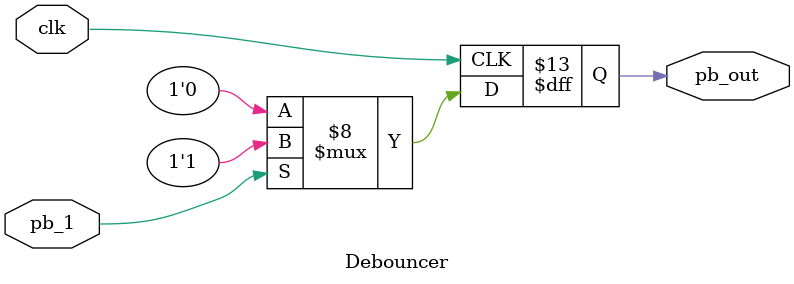
<source format=v>
`timescale 1ns / 1ps


module Mealy(
    input P1, P2, clk, reset,
    output reg z
    );
    parameter S0=0,S1=1,S2=2,S3=3;
    reg[1:0] PS,NS;
    
    wire P1_D, P2_D;
    Debouncer debouncerA(P1, clk, P1_D);
    Debouncer debouncerB(P2, clk, P2_D);
    
    always@(posedge clk or posedge reset) begin
        if(reset)
            PS <= S0;
        else
            PS <= NS;
    end
    
    always@(PS or P1_D or P2_D) begin
        case(PS)
        S0:begin
            z = 0;
            if(P1)
            NS = S1;
            else
            NS = S0;
            end
        S1:begin
            if(P1)
            NS = S2;
            else
            NS = S0;
            end
        S2:begin
            if(P2)
            NS = S3;
            else
            NS = S2;
            end
        S3:begin
            if(P1)
            NS = S1;
            else
            NS = S0;
            end
        endcase
     end
     
     always@(PS or P1_D or P2_D) begin
        case(PS)
        S0:z=0;
        S1:z=0;
        S2:z=0;
        S3:begin
        if(P1)
        z=1;
        end
        endcase
     end
endmodule

module Debouncer(input pb_1,clk,output reg pb_out);
    reg[2:0]counter;
    wire TC;
    
    always@(posedge clk) begin
    if(~pb_1)
        counter <= 3'd0;
    else
        counter <= counter + 3'd1;
    end
    
    assign TC = (counter == 3'b111);
    
    always@(posedge clk) begin
        if(~pb_1)
            pb_out <= 1'b0;
        else
            pb_out <= 1'b1;
    end

endmodule


</source>
